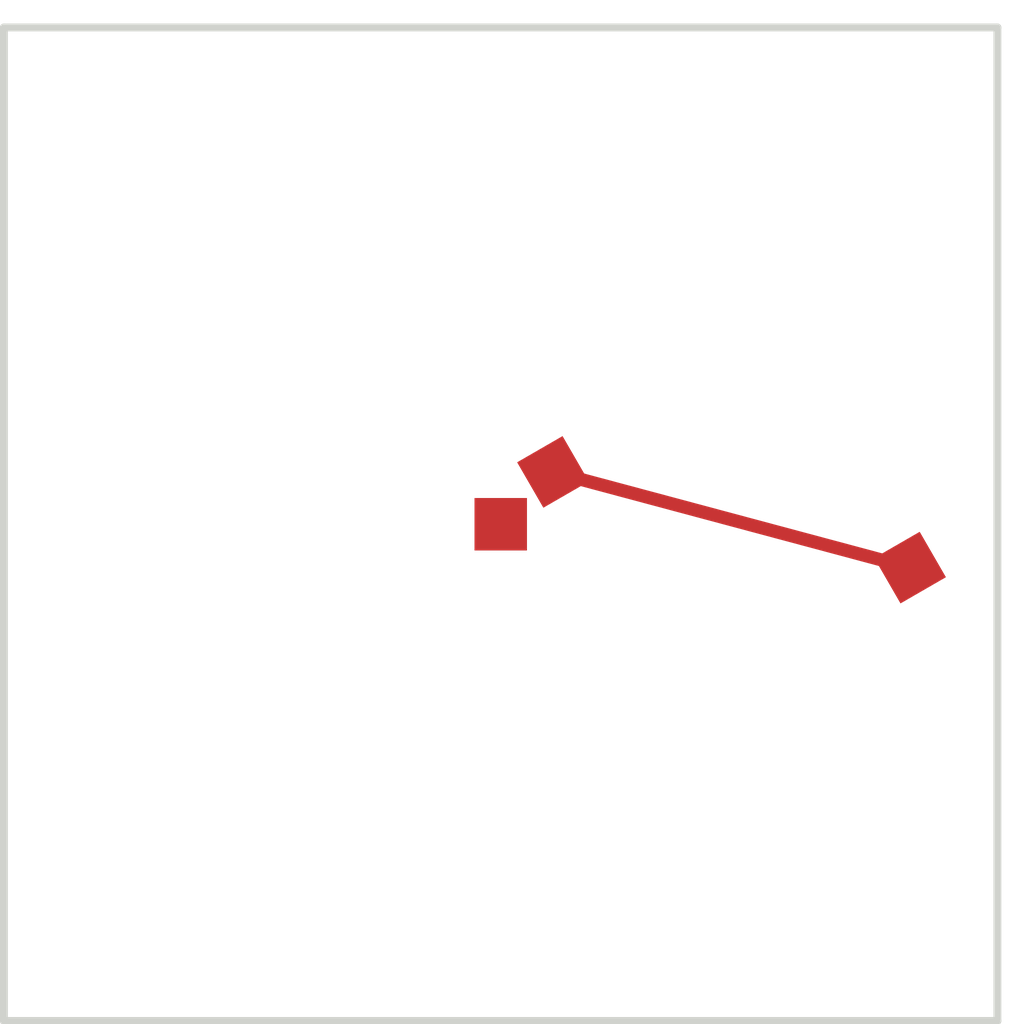
<source format=kicad_pcb>

            
(kicad_pcb (version 20171130) (host pcbnew 5.1.6)

  (page A3)
  (title_block
    (title main)
    (rev v1.0.0)
    (company Unknown)
  )

  (general
    (thickness 1.6)
  )

  (layers
    (0 F.Cu signal)
    (31 B.Cu signal)
    (32 B.Adhes user)
    (33 F.Adhes user)
    (34 B.Paste user)
    (35 F.Paste user)
    (36 B.SilkS user)
    (37 F.SilkS user)
    (38 B.Mask user)
    (39 F.Mask user)
    (40 Dwgs.User user)
    (41 Cmts.User user)
    (42 Eco1.User user)
    (43 Eco2.User user)
    (44 Edge.Cuts user)
    (45 Margin user)
    (46 B.CrtYd user)
    (47 F.CrtYd user)
    (48 B.Fab user)
    (49 F.Fab user)
  )

  (setup
    (last_trace_width 0.25)
    (trace_clearance 0.2)
    (zone_clearance 0.508)
    (zone_45_only no)
    (trace_min 0.2)
    (via_size 0.8)
    (via_drill 0.4)
    (via_min_size 0.4)
    (via_min_drill 0.3)
    (uvia_size 0.3)
    (uvia_drill 0.1)
    (uvias_allowed no)
    (uvia_min_size 0.2)
    (uvia_min_drill 0.1)
    (edge_width 0.05)
    (segment_width 0.2)
    (pcb_text_width 0.3)
    (pcb_text_size 1.5 1.5)
    (mod_edge_width 0.12)
    (mod_text_size 1 1)
    (mod_text_width 0.15)
    (pad_size 1.524 1.524)
    (pad_drill 0.762)
    (pad_to_mask_clearance 0.05)
    (aux_axis_origin 0 0)
    (visible_elements FFFFFF7F)
    (pcbplotparams
      (layerselection 0x010fc_ffffffff)
      (usegerberextensions false)
      (usegerberattributes true)
      (usegerberadvancedattributes true)
      (creategerberjobfile true)
      (excludeedgelayer true)
      (linewidth 0.100000)
      (plotframeref false)
      (viasonmask false)
      (mode 1)
      (useauxorigin false)
      (hpglpennumber 1)
      (hpglpenspeed 20)
      (hpglpendiameter 15.000000)
      (psnegative false)
      (psa4output false)
      (plotreference true)
      (plotvalue true)
      (plotinvisibletext false)
      (padsonsilk false)
      (subtractmaskfromsilk false)
      (outputformat 1)
      (mirror false)
      (drillshape 1)
      (scaleselection 1)
      (outputdirectory ""))
  )

            (net 0 "")
(net 1 "P1")
(net 2 "T3_1")
(net 3 "T3_2")
(net 4 "T3_3")
            
  (net_class Default "This is the default net class."
    (clearance 0.2)
    (trace_width 0.25)
    (via_dia 0.8)
    (via_drill 0.4)
    (uvia_dia 0.3)
    (uvia_drill 0.1)
    (add_net "")
(add_net "P1")
(add_net "T3_1")
(add_net "T3_2")
(add_net "T3_3")
  )

            

                (module trace_test (layer F.Cu) (tedit 5CF31DEF)

                    (at 1 -1 30)

                    (pad 1 smd rect (at 0 0 30) (size 1 1) (layers F.Cu F.Paste F.Mask)
                        (net 1 "P1") (solder_mask_margin 0.2))

                    (pad 2 smd rect (at 5 5 30) (size 1 1) (layers F.Cu F.Paste F.Mask)
                        (net 1 "P1") (solder_mask_margin 0.2))

                )

                (segment (start 1 -1) (end 7.830127 0.8301270000000001) (width 0.25) (layer F.Cu) (net 1))

            


                (module zone_test (layer F.Cu) (tedit 5CF31DEF)

                    (at 1 -1 30)

                    (pad 1 smd rect (at 0 0 30) (size 1 1) (layers F.Cu F.Paste F.Mask)
                        (net 1 "P1") (solder_mask_margin 0.2))

                    (pad 2 smd rect (at 5 5 30) (size 1 1) (layers F.Cu F.Paste F.Mask)
                        (net 1 "P1") (solder_mask_margin 0.2))

                )

                (zone (net 1) (net_name P1) (layer F.Cu) (tstamp 0) (hatch full 0.508)
                    (connect_pads (clearance 0.508))
                    (min_thickness 0.254)
                    (fill yes (arc_segments 32) (thermal_gap 0.508) (thermal_bridge_width 0.508))
                    (polygon (pts (xy 7.830127 0.8301270000000001) (xy 2.830127 -7.830127) (xy -5.830127 -2.830127) (xy -0.8301270000000001 5.830127)))
                )

            
 

                (module dynamic_net_test (layer F.Cu) (tedit 5CF31DEF)

                    (at 0 0 0)

                    (pad 1 smd rect (at 0 0 0) (size 1 1) (layers F.Cu F.Paste F.Mask)
                        (net 2 "T3_1") (solder_mask_margin 0.2))

                    (pad 1 smd rect (at 0 0 0) (size 1 1) (layers F.Cu F.Paste F.Mask)
                        (net 3 "T3_2") (solder_mask_margin 0.2))

                    (pad 1 smd rect (at 0 0 0) (size 1 1) (layers F.Cu F.Paste F.Mask)
                        (net 4 "T3_3") (solder_mask_margin 0.2))

                )

            
 

                (module anchor_test (layer F.Cu) (tedit 5CF31DEF)

                    (at 0 0 0)

                    (fp_line (start 0 0) (end 10 -10) (layer Dwgs.User) (width 0.05))

                )

            
            (gr_line (start -9.5 9.5) (end 9.5 9.5) (angle 90) (layer Edge.Cuts) (width 0.15))
(gr_line (start 9.5 9.5) (end 9.5 -9.5) (angle 90) (layer Edge.Cuts) (width 0.15))
(gr_line (start 9.5 -9.5) (end -9.5 -9.5) (angle 90) (layer Edge.Cuts) (width 0.15))
(gr_line (start -9.5 -9.5) (end -9.5 9.5) (angle 90) (layer Edge.Cuts) (width 0.15))
            
)

        
</source>
